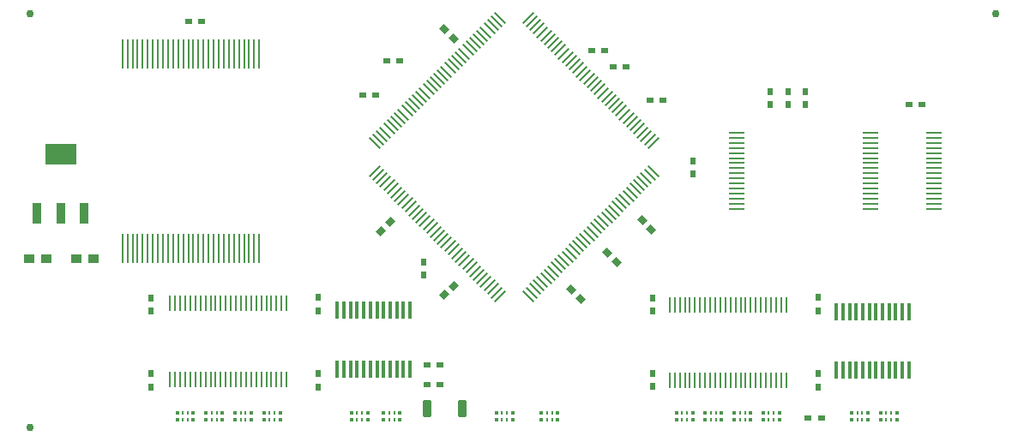
<source format=gbr>
G04 DipTrace 4.0.0.5*
G04 TopPaste.gbr*
%MOIN*%
G04 #@! TF.FileFunction,Paste,Top*
G04 #@! TF.Part,Single*
%AMOUTLINE2*
4,1,4,
0.019487,-0.002784,
0.002784,-0.019487,
-0.019487,0.002784,
-0.002784,0.019487,
0.019487,-0.002784,
0*%
%AMOUTLINE5*
4,1,4,
0.002784,0.019487,
0.019487,0.002784,
-0.002784,-0.019487,
-0.019487,-0.002784,
0.002784,0.019487,
0*%
%AMOUTLINE8*
4,1,4,
-0.019487,0.002784,
-0.002784,0.019487,
0.019487,-0.002784,
0.002784,-0.019487,
-0.019487,0.002784,
0*%
%AMOUTLINE11*
4,1,28,
-0.010107,0.032283,
0.010107,0.032283,
0.01227,0.031999,
0.014165,0.031214,
0.015792,0.029965,
0.017041,0.028338,
0.017826,0.026443,
0.01811,0.02428,
0.01811,-0.02428,
0.017826,-0.026443,
0.017041,-0.028338,
0.015792,-0.029965,
0.014165,-0.031214,
0.01227,-0.031999,
0.010107,-0.032283,
-0.010107,-0.032283,
-0.01227,-0.031999,
-0.014165,-0.031214,
-0.015792,-0.029965,
-0.017041,-0.028338,
-0.017826,-0.026443,
-0.01811,-0.02428,
-0.01811,0.02428,
-0.017826,0.026443,
-0.017041,0.028338,
-0.015792,0.029965,
-0.014165,0.031214,
-0.01227,0.031999,
-0.010107,0.032283,
0*%
%AMOUTLINE14*
4,1,28,
0.010107,-0.032283,
-0.010107,-0.032283,
-0.01227,-0.031999,
-0.014165,-0.031214,
-0.015792,-0.029965,
-0.017041,-0.028338,
-0.017826,-0.026443,
-0.01811,-0.02428,
-0.01811,0.02428,
-0.017826,0.026443,
-0.017041,0.028338,
-0.015792,0.029965,
-0.014165,0.031214,
-0.01227,0.031999,
-0.010107,0.032283,
0.010107,0.032283,
0.01227,0.031999,
0.014165,0.031214,
0.015792,0.029965,
0.017041,0.028338,
0.017826,0.026443,
0.01811,0.02428,
0.01811,-0.02428,
0.017826,-0.026443,
0.017041,-0.028338,
0.015792,-0.029965,
0.014165,-0.031214,
0.01227,-0.031999,
0.010107,-0.032283,
0*%
%AMOUTLINE17*
4,1,4,
0.018095,0.023663,
0.023663,0.018095,
-0.018095,-0.023663,
-0.023663,-0.018095,
0.018095,0.023663,
0*%
%AMOUTLINE20*
4,1,4,
0.023663,-0.018095,
0.018095,-0.023663,
-0.023663,0.018095,
-0.018095,0.023663,
0.023663,-0.018095,
0*%
%ADD24C,0.029606*%
%ADD46R,0.011811X0.066929*%
%ADD48R,0.007874X0.059055*%
%ADD50R,0.059055X0.007874*%
%ADD54R,0.007874X0.114173*%
%ADD56R,0.124016X0.080709*%
%ADD58R,0.033465X0.080709*%
%ADD60R,0.007874X0.015748*%
%ADD62R,0.011811X0.015748*%
%ADD74R,0.031496X0.023622*%
%ADD76R,0.023622X0.031496*%
%ADD78R,0.03937X0.035433*%
%ADD86OUTLINE2*%
%ADD89OUTLINE5*%
%ADD92OUTLINE8*%
%ADD95OUTLINE11*%
%ADD98OUTLINE14*%
%ADD101OUTLINE17*%
%ADD104OUTLINE20*%
%FSLAX26Y26*%
G04*
G70*
G90*
G75*
G01*
G04 TopPaste*
%LPD*%
D78*
X727165Y1653075D3*
X660236D3*
X545916D3*
X478987D3*
D76*
X949951Y1155213D3*
Y1206394D3*
Y1500937D3*
Y1449756D3*
X1599951Y1156007D3*
Y1207188D3*
Y1503665D3*
Y1452484D3*
X2899950Y1156117D3*
Y1207298D3*
Y1451102D3*
Y1502283D3*
X3543699Y1155125D3*
Y1206306D3*
Y1452484D3*
Y1503665D3*
D74*
X1096318Y2578430D3*
X1147499D3*
X2075542Y1164400D3*
X2024361D3*
X3556791Y1034325D3*
X3505610D3*
D76*
X3495262Y2254047D3*
Y2305228D3*
X3056201Y2034916D3*
Y1983735D3*
D74*
X1825541Y2290575D3*
X1774360D3*
X1919291Y2424950D3*
X1868110D3*
D86*
X2127721Y2512379D3*
X2091531Y2548569D3*
D89*
X1880547Y1796171D3*
X1844356Y1759981D3*
D76*
X2012450Y1641165D3*
Y1589984D3*
D89*
X2127421Y1549296D3*
X2091230Y1513106D3*
D74*
X2664986Y2465576D3*
X2716167D3*
X2746235Y2399950D3*
X2797416D3*
X2889986Y2271825D3*
X2941167D3*
D92*
X2585214Y1535392D3*
X2621405Y1499201D3*
X2725606Y1677421D3*
X2761796Y1641230D3*
X2859981Y1805545D3*
X2896171Y1769355D3*
D74*
X3896890Y2253990D3*
X3948071D3*
D95*
X2024606Y1071825D3*
D98*
X2162795D3*
D24*
X481202Y2606201D3*
X4234325D3*
X481199Y996825D3*
D76*
X3358123Y2305228D3*
Y2254047D3*
X3427024D3*
Y2305228D3*
D74*
X2075542Y1239400D3*
X2024361D3*
D62*
X1052992Y1054345D3*
D60*
X1074646D3*
X1094331D3*
D62*
X1115984D3*
X1052992Y1026786D3*
D60*
X1074646D3*
X1094331D3*
D62*
X1115984D3*
X1165472Y1054345D3*
D60*
X1187126D3*
X1206811D3*
D62*
X1228465D3*
X1165472Y1026786D3*
D60*
X1187126D3*
X1206811D3*
D62*
X1228465D3*
X1277992Y1054345D3*
D60*
X1299646D3*
X1319331D3*
D62*
X1340984D3*
X1277992Y1026786D3*
D60*
X1299646D3*
X1319331D3*
D62*
X1340984D3*
X1390472Y1054345D3*
D60*
X1412126D3*
X1431811D3*
D62*
X1453465D3*
X1390472Y1026786D3*
D60*
X1412126D3*
X1431811D3*
D62*
X1453465D3*
X1730945Y1054345D3*
D60*
X1752598D3*
X1772283D3*
D62*
X1793937D3*
X1730945Y1026786D3*
D60*
X1752598D3*
X1772283D3*
D62*
X1793937D3*
X1855945Y1054345D3*
D60*
X1877598D3*
X1897283D3*
D62*
X1918937D3*
X1855945Y1026786D3*
D60*
X1877598D3*
X1897283D3*
D62*
X1918937D3*
X2993465Y1054345D3*
D60*
X3015118D3*
X3034803D3*
D62*
X3056457D3*
X2993465Y1026786D3*
D60*
X3015118D3*
X3034803D3*
D62*
X3056457D3*
X3105954Y1054356D3*
D60*
X3127608D3*
X3147293D3*
D62*
X3168946D3*
X3105954Y1026797D3*
D60*
X3127608D3*
X3147293D3*
D62*
X3168946D3*
X3218454Y1054354D3*
D60*
X3240108D3*
X3259793D3*
D62*
X3281446D3*
X3218454Y1026795D3*
D60*
X3240108D3*
X3259793D3*
D62*
X3281446D3*
X3330955Y1054356D3*
D60*
X3352609D3*
X3372294D3*
D62*
X3393948D3*
X3330955Y1026797D3*
D60*
X3352609D3*
X3372294D3*
D62*
X3393948D3*
X3674706Y1054354D3*
D60*
X3696360D3*
X3716045D3*
D62*
X3737698D3*
X3674706Y1026795D3*
D60*
X3696360D3*
X3716045D3*
D62*
X3737698D3*
X3787205Y1054354D3*
D60*
X3808858D3*
X3828543D3*
D62*
X3850197D3*
X3787205Y1026795D3*
D60*
X3808858D3*
X3828543D3*
D62*
X3850197D3*
X2356457Y1026786D3*
D60*
X2334803D3*
X2315118D3*
D62*
X2293465D3*
X2356457Y1054345D3*
D60*
X2334803D3*
X2315118D3*
D62*
X2293465D3*
X2531457Y1026786D3*
D60*
X2509803D3*
X2490118D3*
D62*
X2468465D3*
X2531457Y1054345D3*
D60*
X2509803D3*
X2490118D3*
D62*
X2468465D3*
D101*
X2903917Y2104236D3*
X2889998Y2118155D3*
X2876078Y2132075D3*
X2862159Y2145994D3*
X2848239Y2159914D3*
X2834320Y2173833D3*
X2820401Y2187752D3*
X2806481Y2201672D3*
X2792562Y2215591D3*
X2778642Y2229511D3*
X2764723Y2243430D3*
X2750803Y2257350D3*
X2736884Y2271269D3*
X2722965Y2285188D3*
X2709045Y2299108D3*
X2695126Y2313027D3*
X2681206Y2326947D3*
X2667287Y2340866D3*
X2653367Y2354786D3*
X2639448Y2368705D3*
X2625529Y2382624D3*
X2611609Y2396544D3*
X2597690Y2410463D3*
X2583770Y2424383D3*
X2569851Y2438302D3*
X2555931Y2452222D3*
X2542012Y2466141D3*
X2528093Y2480060D3*
X2514173Y2493980D3*
X2500254Y2507899D3*
X2486334Y2521819D3*
X2472415Y2535738D3*
X2458495Y2549657D3*
X2444576Y2563577D3*
X2430657Y2577496D3*
X2416737Y2591416D3*
D104*
X2308166D3*
X2294246Y2577496D3*
X2280327Y2563577D3*
X2266407Y2549657D3*
X2252488Y2535738D3*
X2238569Y2521819D3*
X2224649Y2507899D3*
X2210730Y2493980D3*
X2196810Y2480060D3*
X2182891Y2466141D3*
X2168971Y2452222D3*
X2155052Y2438302D3*
X2141133Y2424383D3*
X2127213Y2410463D3*
X2113294Y2396544D3*
X2099374Y2382624D3*
X2085455Y2368705D3*
X2071535Y2354786D3*
X2057616Y2340866D3*
X2043697Y2326947D3*
X2029777Y2313027D3*
X2015858Y2299108D3*
X2001938Y2285188D3*
X1988019Y2271269D3*
X1974099Y2257350D3*
X1960180Y2243430D3*
X1946261Y2229511D3*
X1932341Y2215591D3*
X1918422Y2201672D3*
X1904502Y2187752D3*
X1890583Y2173833D3*
X1876664Y2159914D3*
X1862744Y2145994D3*
X1848825Y2132075D3*
X1834905Y2118155D3*
X1820986Y2104236D3*
D101*
Y1995664D3*
X1834905Y1981745D3*
X1848825Y1967826D3*
X1862744Y1953906D3*
X1876664Y1939987D3*
X1890583Y1926067D3*
X1904502Y1912148D3*
X1918422Y1898228D3*
X1932341Y1884309D3*
X1946261Y1870390D3*
X1960180Y1856470D3*
X1974099Y1842551D3*
X1988019Y1828631D3*
X2001938Y1814712D3*
X2015858Y1800792D3*
X2029777Y1786873D3*
X2043697Y1772954D3*
X2057616Y1759034D3*
X2071535Y1745115D3*
X2085455Y1731195D3*
X2099374Y1717276D3*
X2113294Y1703356D3*
X2127213Y1689437D3*
X2141133Y1675518D3*
X2155052Y1661598D3*
X2168971Y1647679D3*
X2182891Y1633759D3*
X2196810Y1619840D3*
X2210730Y1605920D3*
X2224649Y1592001D3*
X2238569Y1578082D3*
X2252488Y1564162D3*
X2266407Y1550243D3*
X2280327Y1536323D3*
X2294246Y1522404D3*
X2308166Y1508485D3*
D104*
X2416737D3*
X2430657Y1522404D3*
X2444576Y1536323D3*
X2458495Y1550243D3*
X2472415Y1564162D3*
X2486334Y1578082D3*
X2500254Y1592001D3*
X2514173Y1605920D3*
X2528093Y1619840D3*
X2542012Y1633759D3*
X2555931Y1647679D3*
X2569851Y1661598D3*
X2583770Y1675518D3*
X2597690Y1689437D3*
X2611609Y1703356D3*
X2625529Y1717276D3*
X2639448Y1731195D3*
X2653367Y1745115D3*
X2667287Y1759034D3*
X2681206Y1772954D3*
X2695126Y1786873D3*
X2709045Y1800792D3*
X2722965Y1814712D3*
X2736884Y1828631D3*
X2750803Y1842551D3*
X2764723Y1856470D3*
X2778642Y1870390D3*
X2792562Y1884309D3*
X2806481Y1898228D3*
X2820401Y1912148D3*
X2834320Y1926067D3*
X2848239Y1939987D3*
X2862159Y1953906D3*
X2876078Y1967826D3*
X2889998Y1981745D3*
X2903917Y1995664D3*
D58*
X509400Y1832652D3*
X599951D3*
X690503D3*
D56*
X599951Y2060999D3*
D54*
X840453Y1693873D3*
X860138D3*
X879823D3*
X899508D3*
X919193D3*
X938878D3*
X958563D3*
X978248D3*
X997933D3*
X1017618D3*
X1037303D3*
X1056988D3*
X1076673D3*
X1096358D3*
X1116043D3*
X1135728D3*
X1155413D3*
X1175098D3*
X1194783D3*
X1214469D3*
X1234154D3*
X1253839D3*
X1273524D3*
X1293209D3*
X1312894D3*
X1332579D3*
X1352264D3*
X1371949D3*
Y2449778D3*
X1352264D3*
X1332579D3*
X1312894D3*
X1293209D3*
X1273524D3*
X1253839D3*
X1234154D3*
X1214469D3*
X1194783D3*
X1175098D3*
X1155413D3*
X1135728D3*
X1116043D3*
X1096358D3*
X1076673D3*
X1056988D3*
X1037303D3*
X1017618D3*
X997933D3*
X978248D3*
X958563D3*
X938878D3*
X919193D3*
X899508D3*
X879823D3*
X860138D3*
X840453D3*
D50*
X3229136Y2144336D3*
Y2124651D3*
Y2104966D3*
Y2085281D3*
Y2065596D3*
Y2045911D3*
Y2026226D3*
Y2006541D3*
Y1986856D3*
Y1967171D3*
Y1947486D3*
Y1927801D3*
Y1908115D3*
Y1888430D3*
Y1868745D3*
Y1849060D3*
X3748822D3*
Y1868745D3*
Y1888430D3*
Y1908115D3*
Y1927801D3*
Y1947486D3*
Y1967171D3*
Y1986856D3*
Y2006541D3*
Y2026226D3*
Y2045911D3*
Y2065596D3*
Y2085281D3*
Y2104966D3*
Y2124651D3*
Y2144336D3*
X3994885Y1849060D3*
Y1868745D3*
Y1888430D3*
Y1908115D3*
Y1927801D3*
Y1947486D3*
Y1967171D3*
Y1986856D3*
Y2006541D3*
Y2026226D3*
Y2045911D3*
Y2065596D3*
Y2085281D3*
Y2104966D3*
Y2124651D3*
Y2144336D3*
D48*
X1025556Y1184903D3*
X1045241D3*
X1064927D3*
X1084612D3*
X1104297D3*
X1123982D3*
X1143667D3*
X1163352D3*
X1183037D3*
X1202722D3*
X1222407D3*
X1242092D3*
X1261777D3*
X1281462D3*
X1301147D3*
X1320832D3*
X1340517D3*
X1360202D3*
X1379887D3*
X1399572D3*
X1419257D3*
X1438942D3*
X1458627D3*
X1478312D3*
Y1480178D3*
X1458627D3*
X1438942D3*
X1419257D3*
X1399572D3*
X1379887D3*
X1360202D3*
X1340517D3*
X1320832D3*
X1301147D3*
X1281462D3*
X1261777D3*
X1242092D3*
X1222407D3*
X1202722D3*
X1183037D3*
X1163352D3*
X1143667D3*
X1123982D3*
X1104297D3*
X1084612D3*
X1064927D3*
X1045241D3*
X1025556D3*
X2967323Y1180438D3*
X2987008D3*
X3006693D3*
X3026378D3*
X3046063D3*
X3065748D3*
X3085433D3*
X3105118D3*
X3124803D3*
X3144488D3*
X3164173D3*
X3183858D3*
X3203543D3*
X3223228D3*
X3242913D3*
X3262598D3*
X3282283D3*
X3301969D3*
X3321654D3*
X3341339D3*
X3361024D3*
X3380709D3*
X3400394D3*
X3420079D3*
Y1475714D3*
X3400394D3*
X3380709D3*
X3361024D3*
X3341339D3*
X3321654D3*
X3301969D3*
X3282283D3*
X3262598D3*
X3242913D3*
X3223228D3*
X3203543D3*
X3183858D3*
X3164173D3*
X3144488D3*
X3124803D3*
X3105118D3*
X3085433D3*
X3065748D3*
X3046063D3*
X3026378D3*
X3006693D3*
X2987008D3*
X2967323D3*
D46*
X1676050Y1225556D3*
X1701640D3*
X1727231D3*
X1752822D3*
X1778412D3*
X1804003D3*
X1829593D3*
X1855184D3*
X1880774D3*
X1906365D3*
X1931955D3*
X1957546D3*
Y1453911D3*
X1931955Y1453903D3*
X1906365D3*
X1880774D3*
X1855184D3*
X1829593D3*
X1804003D3*
X1778412D3*
X1752822D3*
X1727231D3*
X1701640D3*
X1676050D3*
X3615453Y1220148D3*
X3641043D3*
X3666634D3*
X3692224D3*
X3717815D3*
X3743406D3*
X3768996D3*
X3794587D3*
X3820177D3*
X3845768D3*
X3871358D3*
X3896949D3*
Y1448503D3*
X3871358Y1448495D3*
X3845768D3*
X3820177D3*
X3794587D3*
X3768996D3*
X3743406D3*
X3717815D3*
X3692224D3*
X3666634D3*
X3641043D3*
X3615453D3*
M02*

</source>
